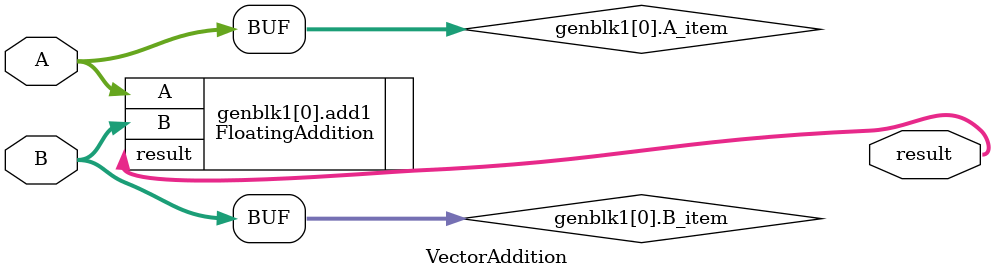
<source format=v>
`timescale 1ns / 1ps

`ifndef _vector_addition
`define _vector_addition

`include "src/FloatingAddition.v"

module VectorAddition #(parameter VLEN = 1)
                       (input  [(32 * VLEN) - 1:0] A,
                        input  [(32 * VLEN) - 1:0] B,
                        output [(32 * VLEN) - 1:0] result);

    genvar i;
    generate
        for(i = 0; i < VLEN; i = i + 1) begin
            wire [31:0] A_item = A[32 * i +: 32];
            wire [31:0] B_item = B[32 * i +: 32];

            FloatingAddition add1(.A(A_item), .B(B_item), .result(result[32 * i +: 32]));  // element-wise addition
        end
    endgenerate
endmodule
`endif // _vector_addition
</source>
